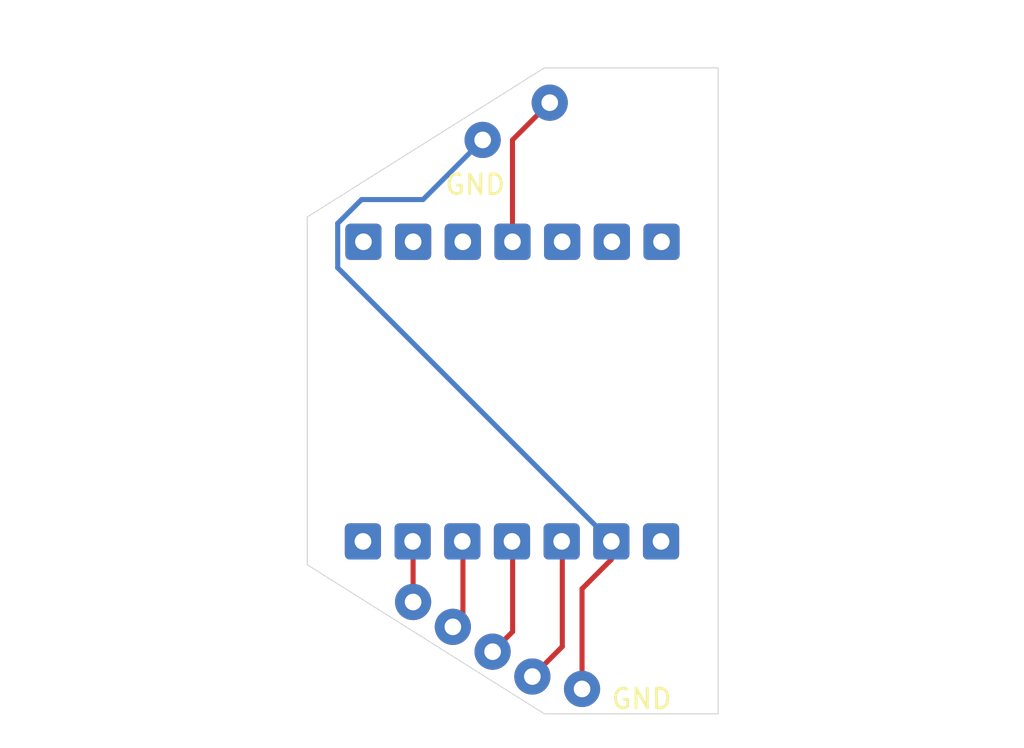
<source format=kicad_pcb>
(kicad_pcb (version 20171130) (host pcbnew "(5.1.9)-1")

  (general
    (thickness 1.6)
    (drawings 14)
    (tracks 18)
    (zones 0)
    (modules 23)
    (nets 9)
  )

  (page USLetter)
  (layers
    (0 F.Cu signal)
    (31 B.Cu signal)
    (32 B.Adhes user)
    (33 F.Adhes user)
    (34 B.Paste user)
    (35 F.Paste user)
    (36 B.SilkS user)
    (37 F.SilkS user)
    (38 B.Mask user)
    (39 F.Mask user)
    (40 Dwgs.User user)
    (41 Cmts.User user)
    (42 Eco1.User user)
    (43 Eco2.User user)
    (44 Edge.Cuts user)
    (45 Margin user)
    (46 B.CrtYd user)
    (47 F.CrtYd user)
    (48 B.Fab user)
    (49 F.Fab user)
  )

  (setup
    (last_trace_width 0.26)
    (trace_clearance 0.26)
    (zone_clearance 0.508)
    (zone_45_only no)
    (trace_min 0.2)
    (via_size 0.8)
    (via_drill 0.4)
    (via_min_size 0.4)
    (via_min_drill 0.3)
    (uvia_size 0.3)
    (uvia_drill 0.1)
    (uvias_allowed no)
    (uvia_min_size 0.2)
    (uvia_min_drill 0.1)
    (edge_width 0.05)
    (segment_width 0.2)
    (pcb_text_width 0.3)
    (pcb_text_size 1.5 1.5)
    (mod_edge_width 0.12)
    (mod_text_size 1 1)
    (mod_text_width 0.15)
    (pad_size 1.85 1.85)
    (pad_drill 0.85)
    (pad_to_mask_clearance 0)
    (aux_axis_origin 0 0)
    (visible_elements 7FFFFFFF)
    (pcbplotparams
      (layerselection 0x010fc_ffffffff)
      (usegerberextensions false)
      (usegerberattributes true)
      (usegerberadvancedattributes true)
      (creategerberjobfile true)
      (excludeedgelayer true)
      (linewidth 0.100000)
      (plotframeref false)
      (viasonmask false)
      (mode 1)
      (useauxorigin false)
      (hpglpennumber 1)
      (hpglpenspeed 20)
      (hpglpendiameter 15.000000)
      (psnegative false)
      (psa4output false)
      (plotreference true)
      (plotvalue true)
      (plotinvisibletext false)
      (padsonsilk false)
      (subtractmaskfromsilk false)
      (outputformat 1)
      (mirror false)
      (drillshape 0)
      (scaleselection 1)
      (outputdirectory "Gerber/"))
  )

  (net 0 "")
  (net 1 "Net-(D4-Pad2)")
  (net 2 GND)
  (net 3 "Net-(SW1-Pad1)")
  (net 4 "Net-(U1-Pad14)")
  (net 5 "Net-(U1-Pad12)")
  (net 6 "Net-(U1-Pad10)")
  (net 7 "Net-(U1-Pad9)")
  (net 8 "Net-(U1-Pad8)")

  (net_class Default "This is the default net class."
    (clearance 0.26)
    (trace_width 0.26)
    (via_dia 0.8)
    (via_drill 0.4)
    (uvia_dia 0.3)
    (uvia_drill 0.1)
    (add_net GND)
    (add_net "Net-(D4-Pad2)")
    (add_net "Net-(SW1-Pad1)")
    (add_net "Net-(U1-Pad10)")
    (add_net "Net-(U1-Pad12)")
    (add_net "Net-(U1-Pad14)")
    (add_net "Net-(U1-Pad8)")
    (add_net "Net-(U1-Pad9)")
  )

  (module MountingHole:MountingHole_3.2mm_M3 (layer F.Cu) (tedit 56D1B4CB) (tstamp 631C6F19)
    (at 174.3456 87.249)
    (descr "Mounting Hole 3.2mm, no annular, M3")
    (tags "mounting hole 3.2mm no annular m3")
    (attr virtual)
    (fp_text reference REF** (at 0 -4.2) (layer Dwgs.User)
      (effects (font (size 1 1) (thickness 0.15)))
    )
    (fp_text value MountingHole_3.2mm_M3 (at 0 4.2) (layer F.Fab)
      (effects (font (size 1 1) (thickness 0.15)))
    )
    (fp_circle (center 0 0) (end 3.2 0) (layer Cmts.User) (width 0.15))
    (fp_circle (center 0 0) (end 3.45 0) (layer F.CrtYd) (width 0.05))
    (fp_text user %R (at 0.3 0) (layer F.Fab)
      (effects (font (size 1 1) (thickness 0.15)))
    )
    (pad 1 np_thru_hole circle (at 0 0) (size 3.2 3.2) (drill 3.2) (layers *.Cu *.Mask))
  )

  (module MountingHole:MountingHole_3.2mm_M3 (layer F.Cu) (tedit 56D1B4CB) (tstamp 631C6F0D)
    (at 174.3456 60.833)
    (descr "Mounting Hole 3.2mm, no annular, M3")
    (tags "mounting hole 3.2mm no annular m3")
    (attr virtual)
    (fp_text reference REF** (at 0 -4.2) (layer Dwgs.User)
      (effects (font (size 1 1) (thickness 0.15)))
    )
    (fp_text value MountingHole_3.2mm_M3 (at 0 4.2) (layer F.Fab)
      (effects (font (size 1 1) (thickness 0.15)))
    )
    (fp_text user %R (at 0.3 0) (layer F.Fab)
      (effects (font (size 1 1) (thickness 0.15)))
    )
    (fp_circle (center 0 0) (end 3.2 0) (layer Cmts.User) (width 0.15))
    (fp_circle (center 0 0) (end 3.45 0) (layer F.CrtYd) (width 0.05))
    (pad 1 np_thru_hole circle (at 0 0) (size 3.2 3.2) (drill 3.2) (layers *.Cu *.Mask))
  )

  (module Connector_Wire:SolderWire-0.25sqmm_1x01_D0.65mm_OD1.7mm (layer F.Cu) (tedit 631C02A7) (tstamp 634CD19D)
    (at 170.053 59.309)
    (descr "Soldered wire connection, for a single 0.25 mm² wire, basic insulation, conductor diameter 0.65mm, outer diameter 1.7mm, size source Multi-Contact FLEXI-E_0.25 (https://ec.staubli.com/AcroFiles/Catalogues/TM_Cab-Main-11014119_(en)_hi.pdf), bend radius 3 times outer diameter, generated with kicad-footprint-generator")
    (tags "connector wire 0.25sqmm")
    (attr virtual)
    (fp_text reference REF** (at 0 -2.12) (layer Dwgs.User)
      (effects (font (size 1 1) (thickness 0.15)))
    )
    (fp_text value SolderWire-0.25sqmm_1x01_D0.65mm_OD1.7mm (at 0 2.12) (layer F.Fab)
      (effects (font (size 1 1) (thickness 0.15)))
    )
    (fp_circle (center 0 0) (end 0.85 0) (layer F.Fab) (width 0.1))
    (fp_line (start -1.6 -1.42) (end -1.6 1.42) (layer F.CrtYd) (width 0.05))
    (fp_line (start -1.6 1.42) (end 1.6 1.42) (layer F.CrtYd) (width 0.05))
    (fp_line (start 1.6 1.42) (end 1.6 -1.42) (layer F.CrtYd) (width 0.05))
    (fp_line (start 1.6 -1.42) (end -1.6 -1.42) (layer F.CrtYd) (width 0.05))
    (fp_text user %R (at 0 0) (layer F.Fab)
      (effects (font (size 0.42 0.42) (thickness 0.06)))
    )
    (pad 1 thru_hole circle (at 0 0) (size 1.85 1.85) (drill 0.85) (layers *.Cu *.Mask)
      (net 1 "Net-(D4-Pad2)"))
    (model ${KISYS3DMOD}/Connector_Wire.3dshapes/SolderWire-0.25sqmm_1x01_D0.65mm_OD1.7mm.wrl
      (at (xyz 0 0 0))
      (scale (xyz 1 1 1))
      (rotate (xyz 0 0 0))
    )
  )

  (module Connector_Wire:SolderWire-0.25sqmm_1x01_D0.65mm_OD1.7mm (layer F.Cu) (tedit 631C0274) (tstamp 634CD19D)
    (at 166.624 61.214)
    (descr "Soldered wire connection, for a single 0.25 mm² wire, basic insulation, conductor diameter 0.65mm, outer diameter 1.7mm, size source Multi-Contact FLEXI-E_0.25 (https://ec.staubli.com/AcroFiles/Catalogues/TM_Cab-Main-11014119_(en)_hi.pdf), bend radius 3 times outer diameter, generated with kicad-footprint-generator")
    (tags "connector wire 0.25sqmm")
    (attr virtual)
    (fp_text reference GND (at -0.381 2.286) (layer F.SilkS)
      (effects (font (size 1 1) (thickness 0.15)))
    )
    (fp_text value SolderWire-0.25sqmm_1x01_D0.65mm_OD1.7mm (at 0 2.12) (layer F.Fab)
      (effects (font (size 1 1) (thickness 0.15)))
    )
    (fp_circle (center 0 0) (end 0.85 0) (layer F.Fab) (width 0.1))
    (fp_line (start -1.6 -1.42) (end -1.6 1.42) (layer F.CrtYd) (width 0.05))
    (fp_line (start -1.6 1.42) (end 1.6 1.42) (layer F.CrtYd) (width 0.05))
    (fp_line (start 1.6 1.42) (end 1.6 -1.42) (layer F.CrtYd) (width 0.05))
    (fp_line (start 1.6 -1.42) (end -1.6 -1.42) (layer F.CrtYd) (width 0.05))
    (fp_text user %R (at 0 0) (layer F.Fab)
      (effects (font (size 0.42 0.42) (thickness 0.06)))
    )
    (pad 1 thru_hole circle (at 0 0) (size 1.85 1.85) (drill 0.85) (layers *.Cu *.Mask)
      (net 2 GND))
    (model ${KISYS3DMOD}/Connector_Wire.3dshapes/SolderWire-0.25sqmm_1x01_D0.65mm_OD1.7mm.wrl
      (at (xyz 0 0 0))
      (scale (xyz 1 1 1))
      (rotate (xyz 0 0 0))
    )
  )

  (module Connector_Wire:SolderWire-0.25sqmm_1x01_D0.65mm_OD1.7mm (layer F.Cu) (tedit 631C0305) (tstamp 6330DB6A)
    (at 171.704 89.281)
    (descr "Soldered wire connection, for a single 0.25 mm² wire, basic insulation, conductor diameter 0.65mm, outer diameter 1.7mm, size source Multi-Contact FLEXI-E_0.25 (https://ec.staubli.com/AcroFiles/Catalogues/TM_Cab-Main-11014119_(en)_hi.pdf), bend radius 3 times outer diameter, generated with kicad-footprint-generator")
    (tags "connector wire 0.25sqmm")
    (attr virtual)
    (fp_text reference GND (at 3.048 0.508) (layer F.SilkS)
      (effects (font (size 1 1) (thickness 0.15)))
    )
    (fp_text value SolderWire-0.25sqmm_1x01_D0.65mm_OD1.7mm (at 0 2.12) (layer F.Fab)
      (effects (font (size 1 1) (thickness 0.15)))
    )
    (fp_circle (center 0 0) (end 0.85 0) (layer F.Fab) (width 0.1))
    (fp_line (start -1.6 -1.42) (end -1.6 1.42) (layer F.CrtYd) (width 0.05))
    (fp_line (start -1.6 1.42) (end 1.6 1.42) (layer F.CrtYd) (width 0.05))
    (fp_line (start 1.6 1.42) (end 1.6 -1.42) (layer F.CrtYd) (width 0.05))
    (fp_line (start 1.6 -1.42) (end -1.6 -1.42) (layer F.CrtYd) (width 0.05))
    (fp_text user %R (at 0 0) (layer F.Fab)
      (effects (font (size 0.42 0.42) (thickness 0.06)))
    )
    (pad 1 thru_hole circle (at 0 0) (size 1.85 1.85) (drill 0.85) (layers *.Cu *.Mask)
      (net 2 GND))
    (model ${KISYS3DMOD}/Connector_Wire.3dshapes/SolderWire-0.25sqmm_1x01_D0.65mm_OD1.7mm.wrl
      (at (xyz 0 0 0))
      (scale (xyz 1 1 1))
      (rotate (xyz 0 0 0))
    )
  )

  (module Connector_Wire:SolderWire-0.25sqmm_1x01_D0.65mm_OD1.7mm (layer F.Cu) (tedit 631C0139) (tstamp 6330DB6A)
    (at 169.164 88.646)
    (descr "Soldered wire connection, for a single 0.25 mm² wire, basic insulation, conductor diameter 0.65mm, outer diameter 1.7mm, size source Multi-Contact FLEXI-E_0.25 (https://ec.staubli.com/AcroFiles/Catalogues/TM_Cab-Main-11014119_(en)_hi.pdf), bend radius 3 times outer diameter, generated with kicad-footprint-generator")
    (tags "connector wire 0.25sqmm")
    (attr virtual)
    (fp_text reference REF** (at 0 -2.12) (layer Dwgs.User)
      (effects (font (size 1 1) (thickness 0.15)))
    )
    (fp_text value SolderWire-0.25sqmm_1x01_D0.65mm_OD1.7mm (at 0 2.12) (layer F.Fab)
      (effects (font (size 1 1) (thickness 0.15)))
    )
    (fp_circle (center 0 0) (end 0.85 0) (layer F.Fab) (width 0.1))
    (fp_line (start -1.6 -1.42) (end -1.6 1.42) (layer F.CrtYd) (width 0.05))
    (fp_line (start -1.6 1.42) (end 1.6 1.42) (layer F.CrtYd) (width 0.05))
    (fp_line (start 1.6 1.42) (end 1.6 -1.42) (layer F.CrtYd) (width 0.05))
    (fp_line (start 1.6 -1.42) (end -1.6 -1.42) (layer F.CrtYd) (width 0.05))
    (fp_text user %R (at 0 0) (layer F.Fab)
      (effects (font (size 0.42 0.42) (thickness 0.06)))
    )
    (pad 1 thru_hole circle (at 0 0) (size 1.85 1.85) (drill 0.85) (layers *.Cu *.Mask)
      (net 5 "Net-(U1-Pad12)"))
    (model ${KISYS3DMOD}/Connector_Wire.3dshapes/SolderWire-0.25sqmm_1x01_D0.65mm_OD1.7mm.wrl
      (at (xyz 0 0 0))
      (scale (xyz 1 1 1))
      (rotate (xyz 0 0 0))
    )
  )

  (module Connector_Wire:SolderWire-0.25sqmm_1x01_D0.65mm_OD1.7mm (layer F.Cu) (tedit 631C00E7) (tstamp 6330DB6A)
    (at 167.132 87.376)
    (descr "Soldered wire connection, for a single 0.25 mm² wire, basic insulation, conductor diameter 0.65mm, outer diameter 1.7mm, size source Multi-Contact FLEXI-E_0.25 (https://ec.staubli.com/AcroFiles/Catalogues/TM_Cab-Main-11014119_(en)_hi.pdf), bend radius 3 times outer diameter, generated with kicad-footprint-generator")
    (tags "connector wire 0.25sqmm")
    (attr virtual)
    (fp_text reference REF** (at 0 -2.12) (layer Dwgs.User)
      (effects (font (size 1 1) (thickness 0.15)))
    )
    (fp_text value SolderWire-0.25sqmm_1x01_D0.65mm_OD1.7mm (at 0 2.12) (layer F.Fab)
      (effects (font (size 1 1) (thickness 0.15)))
    )
    (fp_circle (center 0 0) (end 0.85 0) (layer F.Fab) (width 0.1))
    (fp_line (start -1.6 -1.42) (end -1.6 1.42) (layer F.CrtYd) (width 0.05))
    (fp_line (start -1.6 1.42) (end 1.6 1.42) (layer F.CrtYd) (width 0.05))
    (fp_line (start 1.6 1.42) (end 1.6 -1.42) (layer F.CrtYd) (width 0.05))
    (fp_line (start 1.6 -1.42) (end -1.6 -1.42) (layer F.CrtYd) (width 0.05))
    (fp_text user %R (at 0 0) (layer F.Fab)
      (effects (font (size 0.42 0.42) (thickness 0.06)))
    )
    (pad 1 thru_hole circle (at 0 0) (size 1.85 1.85) (drill 0.85) (layers *.Cu *.Mask)
      (net 3 "Net-(SW1-Pad1)"))
    (model ${KISYS3DMOD}/Connector_Wire.3dshapes/SolderWire-0.25sqmm_1x01_D0.65mm_OD1.7mm.wrl
      (at (xyz 0 0 0))
      (scale (xyz 1 1 1))
      (rotate (xyz 0 0 0))
    )
  )

  (module Connector_Wire:SolderWire-0.25sqmm_1x01_D0.65mm_OD1.7mm (layer F.Cu) (tedit 631C00A6) (tstamp 6330DB6A)
    (at 165.1 86.106)
    (descr "Soldered wire connection, for a single 0.25 mm² wire, basic insulation, conductor diameter 0.65mm, outer diameter 1.7mm, size source Multi-Contact FLEXI-E_0.25 (https://ec.staubli.com/AcroFiles/Catalogues/TM_Cab-Main-11014119_(en)_hi.pdf), bend radius 3 times outer diameter, generated with kicad-footprint-generator")
    (tags "connector wire 0.25sqmm")
    (attr virtual)
    (fp_text reference REF** (at 0 -2.12) (layer Dwgs.User)
      (effects (font (size 1 1) (thickness 0.15)))
    )
    (fp_text value SolderWire-0.25sqmm_1x01_D0.65mm_OD1.7mm (at 0 2.12) (layer F.Fab)
      (effects (font (size 1 1) (thickness 0.15)))
    )
    (fp_circle (center 0 0) (end 0.85 0) (layer F.Fab) (width 0.1))
    (fp_line (start -1.6 -1.42) (end -1.6 1.42) (layer F.CrtYd) (width 0.05))
    (fp_line (start -1.6 1.42) (end 1.6 1.42) (layer F.CrtYd) (width 0.05))
    (fp_line (start 1.6 1.42) (end 1.6 -1.42) (layer F.CrtYd) (width 0.05))
    (fp_line (start 1.6 -1.42) (end -1.6 -1.42) (layer F.CrtYd) (width 0.05))
    (fp_text user %R (at 0 0) (layer F.Fab)
      (effects (font (size 0.42 0.42) (thickness 0.06)))
    )
    (pad 1 thru_hole circle (at 0 0) (size 1.85 1.85) (drill 0.85) (layers *.Cu *.Mask)
      (net 6 "Net-(U1-Pad10)"))
    (model ${KISYS3DMOD}/Connector_Wire.3dshapes/SolderWire-0.25sqmm_1x01_D0.65mm_OD1.7mm.wrl
      (at (xyz 0 0 0))
      (scale (xyz 1 1 1))
      (rotate (xyz 0 0 0))
    )
  )

  (module Connector_Wire:SolderWire-0.25sqmm_1x01_D0.65mm_OD1.7mm (layer F.Cu) (tedit 631C0086) (tstamp 6330DB3E)
    (at 163.068 84.836)
    (descr "Soldered wire connection, for a single 0.25 mm² wire, basic insulation, conductor diameter 0.65mm, outer diameter 1.7mm, size source Multi-Contact FLEXI-E_0.25 (https://ec.staubli.com/AcroFiles/Catalogues/TM_Cab-Main-11014119_(en)_hi.pdf), bend radius 3 times outer diameter, generated with kicad-footprint-generator")
    (tags "connector wire 0.25sqmm")
    (attr virtual)
    (fp_text reference REF** (at 0 -2.12) (layer Dwgs.User)
      (effects (font (size 1 1) (thickness 0.15)))
    )
    (fp_text value SolderWire-0.25sqmm_1x01_D0.65mm_OD1.7mm (at 0 2.12) (layer F.Fab)
      (effects (font (size 1 1) (thickness 0.15)))
    )
    (fp_circle (center 0 0) (end 0.85 0) (layer F.Fab) (width 0.1))
    (fp_line (start -1.6 -1.42) (end -1.6 1.42) (layer F.CrtYd) (width 0.05))
    (fp_line (start -1.6 1.42) (end 1.6 1.42) (layer F.CrtYd) (width 0.05))
    (fp_line (start 1.6 1.42) (end 1.6 -1.42) (layer F.CrtYd) (width 0.05))
    (fp_line (start 1.6 -1.42) (end -1.6 -1.42) (layer F.CrtYd) (width 0.05))
    (fp_text user %R (at 0 0) (layer F.Fab)
      (effects (font (size 0.42 0.42) (thickness 0.06)))
    )
    (pad 1 thru_hole circle (at 0 0) (size 1.85 1.85) (drill 0.85) (layers *.Cu *.Mask)
      (net 7 "Net-(U1-Pad9)"))
    (model ${KISYS3DMOD}/Connector_Wire.3dshapes/SolderWire-0.25sqmm_1x01_D0.65mm_OD1.7mm.wrl
      (at (xyz 0 0 0))
      (scale (xyz 1 1 1))
      (rotate (xyz 0 0 0))
    )
  )

  (module Connector_Wire:SolderWire-0.25sqmm_1x01_D0.65mm_OD1.7mm (layer F.Cu) (tedit 631C0120) (tstamp 632D9D05)
    (at 175.7426 81.7372)
    (descr "Soldered wire connection, for a single 0.25 mm² wire, basic insulation, conductor diameter 0.65mm, outer diameter 1.7mm, size source Multi-Contact FLEXI-E_0.25 (https://ec.staubli.com/AcroFiles/Catalogues/TM_Cab-Main-11014119_(en)_hi.pdf), bend radius 3 times outer diameter, generated with kicad-footprint-generator")
    (tags "connector wire 0.25sqmm")
    (attr virtual)
    (fp_text reference REF** (at 0 -2.12 90) (layer Dwgs.User)
      (effects (font (size 1 1) (thickness 0.15)))
    )
    (fp_text value SolderWire-0.25sqmm_1x01_D0.65mm_OD1.7mm (at 0 2.12) (layer F.Fab)
      (effects (font (size 1 1) (thickness 0.15)))
    )
    (fp_circle (center 0 0) (end 0.85 0) (layer F.Fab) (width 0.1))
    (fp_line (start -1.6 -1.42) (end -1.6 1.42) (layer F.CrtYd) (width 0.05))
    (fp_line (start -1.6 1.42) (end 1.6 1.42) (layer F.CrtYd) (width 0.05))
    (fp_line (start 1.6 1.42) (end 1.6 -1.42) (layer F.CrtYd) (width 0.05))
    (fp_line (start 1.6 -1.42) (end -1.6 -1.42) (layer F.CrtYd) (width 0.05))
    (fp_text user %R (at 0 0) (layer F.Fab)
      (effects (font (size 0.42 0.42) (thickness 0.06)))
    )
    (pad 1 thru_hole roundrect (at 0 0) (size 1.85 1.85) (drill 0.85) (layers *.Cu *.Mask) (roundrect_rratio 0.135)
      (net 4 "Net-(U1-Pad14)"))
    (model ${KISYS3DMOD}/Connector_Wire.3dshapes/SolderWire-0.25sqmm_1x01_D0.65mm_OD1.7mm.wrl
      (at (xyz 0 0 0))
      (scale (xyz 1 1 1))
      (rotate (xyz 0 0 0))
    )
  )

  (module Connector_Wire:SolderWire-0.25sqmm_1x01_D0.65mm_OD1.7mm (layer F.Cu) (tedit 631C02FE) (tstamp 631E8E65)
    (at 173.2026 81.7372)
    (descr "Soldered wire connection, for a single 0.25 mm² wire, basic insulation, conductor diameter 0.65mm, outer diameter 1.7mm, size source Multi-Contact FLEXI-E_0.25 (https://ec.staubli.com/AcroFiles/Catalogues/TM_Cab-Main-11014119_(en)_hi.pdf), bend radius 3 times outer diameter, generated with kicad-footprint-generator")
    (tags "connector wire 0.25sqmm")
    (attr virtual)
    (fp_text reference REF** (at 0 -2.12 90) (layer Dwgs.User)
      (effects (font (size 1 1) (thickness 0.15)))
    )
    (fp_text value SolderWire-0.25sqmm_1x01_D0.65mm_OD1.7mm (at 0 2.12) (layer F.Fab)
      (effects (font (size 1 1) (thickness 0.15)))
    )
    (fp_circle (center 0 0) (end 0.85 0) (layer F.Fab) (width 0.1))
    (fp_line (start -1.6 -1.42) (end -1.6 1.42) (layer F.CrtYd) (width 0.05))
    (fp_line (start -1.6 1.42) (end 1.6 1.42) (layer F.CrtYd) (width 0.05))
    (fp_line (start 1.6 1.42) (end 1.6 -1.42) (layer F.CrtYd) (width 0.05))
    (fp_line (start 1.6 -1.42) (end -1.6 -1.42) (layer F.CrtYd) (width 0.05))
    (fp_text user %R (at 0 0) (layer F.Fab)
      (effects (font (size 0.42 0.42) (thickness 0.06)))
    )
    (pad 1 thru_hole roundrect (at 0 0) (size 1.85 1.85) (drill 0.85) (layers *.Cu *.Mask) (roundrect_rratio 0.135)
      (net 2 GND))
    (model ${KISYS3DMOD}/Connector_Wire.3dshapes/SolderWire-0.25sqmm_1x01_D0.65mm_OD1.7mm.wrl
      (at (xyz 0 0 0))
      (scale (xyz 1 1 1))
      (rotate (xyz 0 0 0))
    )
  )

  (module Connector_Wire:SolderWire-0.25sqmm_1x01_D0.65mm_OD1.7mm (layer F.Cu) (tedit 631C00FB) (tstamp 631E8E65)
    (at 170.6626 81.7372)
    (descr "Soldered wire connection, for a single 0.25 mm² wire, basic insulation, conductor diameter 0.65mm, outer diameter 1.7mm, size source Multi-Contact FLEXI-E_0.25 (https://ec.staubli.com/AcroFiles/Catalogues/TM_Cab-Main-11014119_(en)_hi.pdf), bend radius 3 times outer diameter, generated with kicad-footprint-generator")
    (tags "connector wire 0.25sqmm")
    (attr virtual)
    (fp_text reference REF** (at 0 -2.12 90) (layer Dwgs.User)
      (effects (font (size 1 1) (thickness 0.15)))
    )
    (fp_text value SolderWire-0.25sqmm_1x01_D0.65mm_OD1.7mm (at 0 2.12) (layer F.Fab)
      (effects (font (size 1 1) (thickness 0.15)))
    )
    (fp_circle (center 0 0) (end 0.85 0) (layer F.Fab) (width 0.1))
    (fp_line (start -1.6 -1.42) (end -1.6 1.42) (layer F.CrtYd) (width 0.05))
    (fp_line (start -1.6 1.42) (end 1.6 1.42) (layer F.CrtYd) (width 0.05))
    (fp_line (start 1.6 1.42) (end 1.6 -1.42) (layer F.CrtYd) (width 0.05))
    (fp_line (start 1.6 -1.42) (end -1.6 -1.42) (layer F.CrtYd) (width 0.05))
    (fp_text user %R (at 0 0) (layer F.Fab)
      (effects (font (size 0.42 0.42) (thickness 0.06)))
    )
    (pad 1 thru_hole roundrect (at 0 0) (size 1.85 1.85) (drill 0.85) (layers *.Cu *.Mask) (roundrect_rratio 0.135)
      (net 5 "Net-(U1-Pad12)"))
    (model ${KISYS3DMOD}/Connector_Wire.3dshapes/SolderWire-0.25sqmm_1x01_D0.65mm_OD1.7mm.wrl
      (at (xyz 0 0 0))
      (scale (xyz 1 1 1))
      (rotate (xyz 0 0 0))
    )
  )

  (module Connector_Wire:SolderWire-0.25sqmm_1x01_D0.65mm_OD1.7mm (layer F.Cu) (tedit 631C00D2) (tstamp 631E8E65)
    (at 168.1226 81.7372)
    (descr "Soldered wire connection, for a single 0.25 mm² wire, basic insulation, conductor diameter 0.65mm, outer diameter 1.7mm, size source Multi-Contact FLEXI-E_0.25 (https://ec.staubli.com/AcroFiles/Catalogues/TM_Cab-Main-11014119_(en)_hi.pdf), bend radius 3 times outer diameter, generated with kicad-footprint-generator")
    (tags "connector wire 0.25sqmm")
    (attr virtual)
    (fp_text reference REF** (at 0 -2.12 90) (layer Dwgs.User)
      (effects (font (size 1 1) (thickness 0.15)))
    )
    (fp_text value SolderWire-0.25sqmm_1x01_D0.65mm_OD1.7mm (at 0 2.12) (layer F.Fab)
      (effects (font (size 1 1) (thickness 0.15)))
    )
    (fp_circle (center 0 0) (end 0.85 0) (layer F.Fab) (width 0.1))
    (fp_line (start -1.6 -1.42) (end -1.6 1.42) (layer F.CrtYd) (width 0.05))
    (fp_line (start -1.6 1.42) (end 1.6 1.42) (layer F.CrtYd) (width 0.05))
    (fp_line (start 1.6 1.42) (end 1.6 -1.42) (layer F.CrtYd) (width 0.05))
    (fp_line (start 1.6 -1.42) (end -1.6 -1.42) (layer F.CrtYd) (width 0.05))
    (fp_text user %R (at 0 0) (layer F.Fab)
      (effects (font (size 0.42 0.42) (thickness 0.06)))
    )
    (pad 1 thru_hole roundrect (at 0 0) (size 1.85 1.85) (drill 0.85) (layers *.Cu *.Mask) (roundrect_rratio 0.135)
      (net 3 "Net-(SW1-Pad1)"))
    (model ${KISYS3DMOD}/Connector_Wire.3dshapes/SolderWire-0.25sqmm_1x01_D0.65mm_OD1.7mm.wrl
      (at (xyz 0 0 0))
      (scale (xyz 1 1 1))
      (rotate (xyz 0 0 0))
    )
  )

  (module Connector_Wire:SolderWire-0.25sqmm_1x01_D0.65mm_OD1.7mm (layer F.Cu) (tedit 631C009D) (tstamp 631E8E65)
    (at 165.5826 81.7372)
    (descr "Soldered wire connection, for a single 0.25 mm² wire, basic insulation, conductor diameter 0.65mm, outer diameter 1.7mm, size source Multi-Contact FLEXI-E_0.25 (https://ec.staubli.com/AcroFiles/Catalogues/TM_Cab-Main-11014119_(en)_hi.pdf), bend radius 3 times outer diameter, generated with kicad-footprint-generator")
    (tags "connector wire 0.25sqmm")
    (attr virtual)
    (fp_text reference REF** (at 0 -2.12 90) (layer Dwgs.User)
      (effects (font (size 1 1) (thickness 0.15)))
    )
    (fp_text value SolderWire-0.25sqmm_1x01_D0.65mm_OD1.7mm (at 0 2.12) (layer F.Fab)
      (effects (font (size 1 1) (thickness 0.15)))
    )
    (fp_circle (center 0 0) (end 0.85 0) (layer F.Fab) (width 0.1))
    (fp_line (start -1.6 -1.42) (end -1.6 1.42) (layer F.CrtYd) (width 0.05))
    (fp_line (start -1.6 1.42) (end 1.6 1.42) (layer F.CrtYd) (width 0.05))
    (fp_line (start 1.6 1.42) (end 1.6 -1.42) (layer F.CrtYd) (width 0.05))
    (fp_line (start 1.6 -1.42) (end -1.6 -1.42) (layer F.CrtYd) (width 0.05))
    (fp_text user %R (at 0 0) (layer F.Fab)
      (effects (font (size 0.42 0.42) (thickness 0.06)))
    )
    (pad 1 thru_hole roundrect (at 0 0) (size 1.85 1.85) (drill 0.85) (layers *.Cu *.Mask) (roundrect_rratio 0.135)
      (net 6 "Net-(U1-Pad10)"))
    (model ${KISYS3DMOD}/Connector_Wire.3dshapes/SolderWire-0.25sqmm_1x01_D0.65mm_OD1.7mm.wrl
      (at (xyz 0 0 0))
      (scale (xyz 1 1 1))
      (rotate (xyz 0 0 0))
    )
  )

  (module Connector_Wire:SolderWire-0.25sqmm_1x01_D0.65mm_OD1.7mm (layer F.Cu) (tedit 631C007A) (tstamp 631E8E65)
    (at 163.0426 81.7372)
    (descr "Soldered wire connection, for a single 0.25 mm² wire, basic insulation, conductor diameter 0.65mm, outer diameter 1.7mm, size source Multi-Contact FLEXI-E_0.25 (https://ec.staubli.com/AcroFiles/Catalogues/TM_Cab-Main-11014119_(en)_hi.pdf), bend radius 3 times outer diameter, generated with kicad-footprint-generator")
    (tags "connector wire 0.25sqmm")
    (attr virtual)
    (fp_text reference REF** (at 0 -2.12 90) (layer Dwgs.User)
      (effects (font (size 1 1) (thickness 0.15)))
    )
    (fp_text value SolderWire-0.25sqmm_1x01_D0.65mm_OD1.7mm (at 0 2.12) (layer F.Fab)
      (effects (font (size 1 1) (thickness 0.15)))
    )
    (fp_circle (center 0 0) (end 0.85 0) (layer F.Fab) (width 0.1))
    (fp_line (start -1.6 -1.42) (end -1.6 1.42) (layer F.CrtYd) (width 0.05))
    (fp_line (start -1.6 1.42) (end 1.6 1.42) (layer F.CrtYd) (width 0.05))
    (fp_line (start 1.6 1.42) (end 1.6 -1.42) (layer F.CrtYd) (width 0.05))
    (fp_line (start 1.6 -1.42) (end -1.6 -1.42) (layer F.CrtYd) (width 0.05))
    (fp_text user %R (at 0 0) (layer F.Fab)
      (effects (font (size 0.42 0.42) (thickness 0.06)))
    )
    (pad 1 thru_hole roundrect (at 0 0) (size 1.85 1.85) (drill 0.85) (layers *.Cu *.Mask) (roundrect_rratio 0.135)
      (net 7 "Net-(U1-Pad9)"))
    (model ${KISYS3DMOD}/Connector_Wire.3dshapes/SolderWire-0.25sqmm_1x01_D0.65mm_OD1.7mm.wrl
      (at (xyz 0 0 0))
      (scale (xyz 1 1 1))
      (rotate (xyz 0 0 0))
    )
  )

  (module Connector_Wire:SolderWire-0.25sqmm_1x01_D0.65mm_OD1.7mm (layer F.Cu) (tedit 631C0160) (tstamp 631E8E65)
    (at 160.5026 81.7372)
    (descr "Soldered wire connection, for a single 0.25 mm² wire, basic insulation, conductor diameter 0.65mm, outer diameter 1.7mm, size source Multi-Contact FLEXI-E_0.25 (https://ec.staubli.com/AcroFiles/Catalogues/TM_Cab-Main-11014119_(en)_hi.pdf), bend radius 3 times outer diameter, generated with kicad-footprint-generator")
    (tags "connector wire 0.25sqmm")
    (attr virtual)
    (fp_text reference REF** (at 0 -2.12 90) (layer Dwgs.User)
      (effects (font (size 1 1) (thickness 0.15)))
    )
    (fp_text value SolderWire-0.25sqmm_1x01_D0.65mm_OD1.7mm (at 0 2.12) (layer F.Fab)
      (effects (font (size 1 1) (thickness 0.15)))
    )
    (fp_circle (center 0 0) (end 0.85 0) (layer F.Fab) (width 0.1))
    (fp_line (start -1.6 -1.42) (end -1.6 1.42) (layer F.CrtYd) (width 0.05))
    (fp_line (start -1.6 1.42) (end 1.6 1.42) (layer F.CrtYd) (width 0.05))
    (fp_line (start 1.6 1.42) (end 1.6 -1.42) (layer F.CrtYd) (width 0.05))
    (fp_line (start 1.6 -1.42) (end -1.6 -1.42) (layer F.CrtYd) (width 0.05))
    (fp_text user %R (at 0 0) (layer F.Fab)
      (effects (font (size 0.42 0.42) (thickness 0.06)))
    )
    (pad 1 thru_hole roundrect (at 0 0) (size 1.85 1.85) (drill 0.85) (layers *.Cu *.Mask) (roundrect_rratio 0.135)
      (net 8 "Net-(U1-Pad8)"))
    (model ${KISYS3DMOD}/Connector_Wire.3dshapes/SolderWire-0.25sqmm_1x01_D0.65mm_OD1.7mm.wrl
      (at (xyz 0 0 0))
      (scale (xyz 1 1 1))
      (rotate (xyz 0 0 0))
    )
  )

  (module Connector_Wire:SolderWire-0.25sqmm_1x01_D0.65mm_OD1.7mm (layer F.Cu) (tedit 5EB70B43) (tstamp 631E8E65)
    (at 160.528 66.421)
    (descr "Soldered wire connection, for a single 0.25 mm² wire, basic insulation, conductor diameter 0.65mm, outer diameter 1.7mm, size source Multi-Contact FLEXI-E_0.25 (https://ec.staubli.com/AcroFiles/Catalogues/TM_Cab-Main-11014119_(en)_hi.pdf), bend radius 3 times outer diameter, generated with kicad-footprint-generator")
    (tags "connector wire 0.25sqmm")
    (attr virtual)
    (fp_text reference REF** (at 0 -2.12 90) (layer Dwgs.User)
      (effects (font (size 1 1) (thickness 0.15)))
    )
    (fp_text value SolderWire-0.25sqmm_1x01_D0.65mm_OD1.7mm (at 0 2.12) (layer F.Fab)
      (effects (font (size 1 1) (thickness 0.15)))
    )
    (fp_circle (center 0 0) (end 0.85 0) (layer F.Fab) (width 0.1))
    (fp_line (start -1.6 -1.42) (end -1.6 1.42) (layer F.CrtYd) (width 0.05))
    (fp_line (start -1.6 1.42) (end 1.6 1.42) (layer F.CrtYd) (width 0.05))
    (fp_line (start 1.6 1.42) (end 1.6 -1.42) (layer F.CrtYd) (width 0.05))
    (fp_line (start 1.6 -1.42) (end -1.6 -1.42) (layer F.CrtYd) (width 0.05))
    (fp_text user %R (at 0 0) (layer F.Fab)
      (effects (font (size 0.42 0.42) (thickness 0.06)))
    )
    (pad 1 thru_hole roundrect (at 0 0) (size 1.85 1.85) (drill 0.85) (layers *.Cu *.Mask) (roundrect_rratio 0.1351345945945946))
    (model ${KISYS3DMOD}/Connector_Wire.3dshapes/SolderWire-0.25sqmm_1x01_D0.65mm_OD1.7mm.wrl
      (at (xyz 0 0 0))
      (scale (xyz 1 1 1))
      (rotate (xyz 0 0 0))
    )
  )

  (module Connector_Wire:SolderWire-0.25sqmm_1x01_D0.65mm_OD1.7mm (layer F.Cu) (tedit 5EB70B43) (tstamp 631E8E65)
    (at 163.068 66.421)
    (descr "Soldered wire connection, for a single 0.25 mm² wire, basic insulation, conductor diameter 0.65mm, outer diameter 1.7mm, size source Multi-Contact FLEXI-E_0.25 (https://ec.staubli.com/AcroFiles/Catalogues/TM_Cab-Main-11014119_(en)_hi.pdf), bend radius 3 times outer diameter, generated with kicad-footprint-generator")
    (tags "connector wire 0.25sqmm")
    (attr virtual)
    (fp_text reference REF** (at 0 -2.12 90) (layer Dwgs.User)
      (effects (font (size 1 1) (thickness 0.15)))
    )
    (fp_text value SolderWire-0.25sqmm_1x01_D0.65mm_OD1.7mm (at 0 2.12) (layer F.Fab)
      (effects (font (size 1 1) (thickness 0.15)))
    )
    (fp_circle (center 0 0) (end 0.85 0) (layer F.Fab) (width 0.1))
    (fp_line (start -1.6 -1.42) (end -1.6 1.42) (layer F.CrtYd) (width 0.05))
    (fp_line (start -1.6 1.42) (end 1.6 1.42) (layer F.CrtYd) (width 0.05))
    (fp_line (start 1.6 1.42) (end 1.6 -1.42) (layer F.CrtYd) (width 0.05))
    (fp_line (start 1.6 -1.42) (end -1.6 -1.42) (layer F.CrtYd) (width 0.05))
    (fp_text user %R (at 0 0) (layer F.Fab)
      (effects (font (size 0.42 0.42) (thickness 0.06)))
    )
    (pad 1 thru_hole roundrect (at 0 0) (size 1.85 1.85) (drill 0.85) (layers *.Cu *.Mask) (roundrect_rratio 0.1351345945945946))
    (model ${KISYS3DMOD}/Connector_Wire.3dshapes/SolderWire-0.25sqmm_1x01_D0.65mm_OD1.7mm.wrl
      (at (xyz 0 0 0))
      (scale (xyz 1 1 1))
      (rotate (xyz 0 0 0))
    )
  )

  (module Connector_Wire:SolderWire-0.25sqmm_1x01_D0.65mm_OD1.7mm (layer F.Cu) (tedit 5EB70B43) (tstamp 631E8E65)
    (at 165.608 66.421)
    (descr "Soldered wire connection, for a single 0.25 mm² wire, basic insulation, conductor diameter 0.65mm, outer diameter 1.7mm, size source Multi-Contact FLEXI-E_0.25 (https://ec.staubli.com/AcroFiles/Catalogues/TM_Cab-Main-11014119_(en)_hi.pdf), bend radius 3 times outer diameter, generated with kicad-footprint-generator")
    (tags "connector wire 0.25sqmm")
    (attr virtual)
    (fp_text reference REF** (at 0 -2.12 90) (layer Dwgs.User)
      (effects (font (size 1 1) (thickness 0.15)))
    )
    (fp_text value SolderWire-0.25sqmm_1x01_D0.65mm_OD1.7mm (at 0 2.12) (layer F.Fab)
      (effects (font (size 1 1) (thickness 0.15)))
    )
    (fp_circle (center 0 0) (end 0.85 0) (layer F.Fab) (width 0.1))
    (fp_line (start -1.6 -1.42) (end -1.6 1.42) (layer F.CrtYd) (width 0.05))
    (fp_line (start -1.6 1.42) (end 1.6 1.42) (layer F.CrtYd) (width 0.05))
    (fp_line (start 1.6 1.42) (end 1.6 -1.42) (layer F.CrtYd) (width 0.05))
    (fp_line (start 1.6 -1.42) (end -1.6 -1.42) (layer F.CrtYd) (width 0.05))
    (fp_text user %R (at 0 0) (layer F.Fab)
      (effects (font (size 0.42 0.42) (thickness 0.06)))
    )
    (pad 1 thru_hole roundrect (at 0 0) (size 1.85 1.85) (drill 0.85) (layers *.Cu *.Mask) (roundrect_rratio 0.1351345945945946))
    (model ${KISYS3DMOD}/Connector_Wire.3dshapes/SolderWire-0.25sqmm_1x01_D0.65mm_OD1.7mm.wrl
      (at (xyz 0 0 0))
      (scale (xyz 1 1 1))
      (rotate (xyz 0 0 0))
    )
  )

  (module Connector_Wire:SolderWire-0.25sqmm_1x01_D0.65mm_OD1.7mm (layer F.Cu) (tedit 631C02B5) (tstamp 631E8E65)
    (at 168.148 66.421)
    (descr "Soldered wire connection, for a single 0.25 mm² wire, basic insulation, conductor diameter 0.65mm, outer diameter 1.7mm, size source Multi-Contact FLEXI-E_0.25 (https://ec.staubli.com/AcroFiles/Catalogues/TM_Cab-Main-11014119_(en)_hi.pdf), bend radius 3 times outer diameter, generated with kicad-footprint-generator")
    (tags "connector wire 0.25sqmm")
    (attr virtual)
    (fp_text reference REF** (at 0 -2.12 90) (layer Dwgs.User)
      (effects (font (size 1 1) (thickness 0.15)))
    )
    (fp_text value SolderWire-0.25sqmm_1x01_D0.65mm_OD1.7mm (at 0 2.12) (layer F.Fab)
      (effects (font (size 1 1) (thickness 0.15)))
    )
    (fp_circle (center 0 0) (end 0.85 0) (layer F.Fab) (width 0.1))
    (fp_line (start -1.6 -1.42) (end -1.6 1.42) (layer F.CrtYd) (width 0.05))
    (fp_line (start -1.6 1.42) (end 1.6 1.42) (layer F.CrtYd) (width 0.05))
    (fp_line (start 1.6 1.42) (end 1.6 -1.42) (layer F.CrtYd) (width 0.05))
    (fp_line (start 1.6 -1.42) (end -1.6 -1.42) (layer F.CrtYd) (width 0.05))
    (fp_text user %R (at 0 0) (layer F.Fab)
      (effects (font (size 0.42 0.42) (thickness 0.06)))
    )
    (pad 1 thru_hole roundrect (at 0 0) (size 1.85 1.85) (drill 0.85) (layers *.Cu *.Mask) (roundrect_rratio 0.135)
      (net 1 "Net-(D4-Pad2)"))
    (model ${KISYS3DMOD}/Connector_Wire.3dshapes/SolderWire-0.25sqmm_1x01_D0.65mm_OD1.7mm.wrl
      (at (xyz 0 0 0))
      (scale (xyz 1 1 1))
      (rotate (xyz 0 0 0))
    )
  )

  (module Connector_Wire:SolderWire-0.25sqmm_1x01_D0.65mm_OD1.7mm (layer F.Cu) (tedit 5EB70B43) (tstamp 631E8E65)
    (at 170.688 66.421)
    (descr "Soldered wire connection, for a single 0.25 mm² wire, basic insulation, conductor diameter 0.65mm, outer diameter 1.7mm, size source Multi-Contact FLEXI-E_0.25 (https://ec.staubli.com/AcroFiles/Catalogues/TM_Cab-Main-11014119_(en)_hi.pdf), bend radius 3 times outer diameter, generated with kicad-footprint-generator")
    (tags "connector wire 0.25sqmm")
    (attr virtual)
    (fp_text reference REF** (at 0 -2.12 90) (layer Dwgs.User)
      (effects (font (size 1 1) (thickness 0.15)))
    )
    (fp_text value SolderWire-0.25sqmm_1x01_D0.65mm_OD1.7mm (at 0 2.12) (layer F.Fab)
      (effects (font (size 1 1) (thickness 0.15)))
    )
    (fp_circle (center 0 0) (end 0.85 0) (layer F.Fab) (width 0.1))
    (fp_line (start -1.6 -1.42) (end -1.6 1.42) (layer F.CrtYd) (width 0.05))
    (fp_line (start -1.6 1.42) (end 1.6 1.42) (layer F.CrtYd) (width 0.05))
    (fp_line (start 1.6 1.42) (end 1.6 -1.42) (layer F.CrtYd) (width 0.05))
    (fp_line (start 1.6 -1.42) (end -1.6 -1.42) (layer F.CrtYd) (width 0.05))
    (fp_text user %R (at 0 0) (layer F.Fab)
      (effects (font (size 0.42 0.42) (thickness 0.06)))
    )
    (pad 1 thru_hole roundrect (at 0 0) (size 1.85 1.85) (drill 0.85) (layers *.Cu *.Mask) (roundrect_rratio 0.1351345945945946))
    (model ${KISYS3DMOD}/Connector_Wire.3dshapes/SolderWire-0.25sqmm_1x01_D0.65mm_OD1.7mm.wrl
      (at (xyz 0 0 0))
      (scale (xyz 1 1 1))
      (rotate (xyz 0 0 0))
    )
  )

  (module Connector_Wire:SolderWire-0.25sqmm_1x01_D0.65mm_OD1.7mm (layer F.Cu) (tedit 5EB70B43) (tstamp 631E8E65)
    (at 173.228 66.421)
    (descr "Soldered wire connection, for a single 0.25 mm² wire, basic insulation, conductor diameter 0.65mm, outer diameter 1.7mm, size source Multi-Contact FLEXI-E_0.25 (https://ec.staubli.com/AcroFiles/Catalogues/TM_Cab-Main-11014119_(en)_hi.pdf), bend radius 3 times outer diameter, generated with kicad-footprint-generator")
    (tags "connector wire 0.25sqmm")
    (attr virtual)
    (fp_text reference REF** (at 0 -2.12 90) (layer Dwgs.User)
      (effects (font (size 1 1) (thickness 0.15)))
    )
    (fp_text value SolderWire-0.25sqmm_1x01_D0.65mm_OD1.7mm (at 0 2.12) (layer F.Fab)
      (effects (font (size 1 1) (thickness 0.15)))
    )
    (fp_circle (center 0 0) (end 0.85 0) (layer F.Fab) (width 0.1))
    (fp_line (start -1.6 -1.42) (end -1.6 1.42) (layer F.CrtYd) (width 0.05))
    (fp_line (start -1.6 1.42) (end 1.6 1.42) (layer F.CrtYd) (width 0.05))
    (fp_line (start 1.6 1.42) (end 1.6 -1.42) (layer F.CrtYd) (width 0.05))
    (fp_line (start 1.6 -1.42) (end -1.6 -1.42) (layer F.CrtYd) (width 0.05))
    (fp_text user %R (at 0 0) (layer F.Fab)
      (effects (font (size 0.42 0.42) (thickness 0.06)))
    )
    (pad 1 thru_hole roundrect (at 0 0) (size 1.85 1.85) (drill 0.85) (layers *.Cu *.Mask) (roundrect_rratio 0.1351345945945946))
    (model ${KISYS3DMOD}/Connector_Wire.3dshapes/SolderWire-0.25sqmm_1x01_D0.65mm_OD1.7mm.wrl
      (at (xyz 0 0 0))
      (scale (xyz 1 1 1))
      (rotate (xyz 0 0 0))
    )
  )

  (module Connector_Wire:SolderWire-0.25sqmm_1x01_D0.65mm_OD1.7mm (layer F.Cu) (tedit 5EB70B43) (tstamp 631C67BC)
    (at 175.768 66.421)
    (descr "Soldered wire connection, for a single 0.25 mm² wire, basic insulation, conductor diameter 0.65mm, outer diameter 1.7mm, size source Multi-Contact FLEXI-E_0.25 (https://ec.staubli.com/AcroFiles/Catalogues/TM_Cab-Main-11014119_(en)_hi.pdf), bend radius 3 times outer diameter, generated with kicad-footprint-generator")
    (tags "connector wire 0.25sqmm")
    (attr virtual)
    (fp_text reference REF** (at 0 -2.12 90) (layer Dwgs.User)
      (effects (font (size 1 1) (thickness 0.15)))
    )
    (fp_text value SolderWire-0.25sqmm_1x01_D0.65mm_OD1.7mm (at 0 2.12) (layer F.Fab)
      (effects (font (size 1 1) (thickness 0.15)))
    )
    (fp_circle (center 0 0) (end 0.85 0) (layer F.Fab) (width 0.1))
    (fp_line (start -1.6 -1.42) (end -1.6 1.42) (layer F.CrtYd) (width 0.05))
    (fp_line (start -1.6 1.42) (end 1.6 1.42) (layer F.CrtYd) (width 0.05))
    (fp_line (start 1.6 1.42) (end 1.6 -1.42) (layer F.CrtYd) (width 0.05))
    (fp_line (start 1.6 -1.42) (end -1.6 -1.42) (layer F.CrtYd) (width 0.05))
    (fp_text user %R (at 0 0) (layer F.Fab)
      (effects (font (size 0.42 0.42) (thickness 0.06)))
    )
    (pad 1 thru_hole roundrect (at 0 0) (size 1.85 1.85) (drill 0.85) (layers *.Cu *.Mask) (roundrect_rratio 0.1351345945945946))
    (model ${KISYS3DMOD}/Connector_Wire.3dshapes/SolderWire-0.25sqmm_1x01_D0.65mm_OD1.7mm.wrl
      (at (xyz 0 0 0))
      (scale (xyz 1 1 1))
      (rotate (xyz 0 0 0))
    )
  )

  (gr_line (start 178.6636 87.249) (end 174.3456 87.249) (layer Dwgs.User) (width 0.15))
  (gr_line (start 178.6636 60.833) (end 174.3456 60.833) (layer Dwgs.User) (width 0.15))
  (dimension 4.318 (width 0.15) (layer Dwgs.User)
    (gr_text "0.1700 in" (at 176.5046 54.7578) (layer Dwgs.User)
      (effects (font (size 1 1) (thickness 0.15)))
    )
    (feature1 (pts (xy 174.3456 57.531) (xy 174.3456 55.471379)))
    (feature2 (pts (xy 178.6636 57.531) (xy 178.6636 55.471379)))
    (crossbar (pts (xy 178.6636 56.0578) (xy 174.3456 56.0578)))
    (arrow1a (pts (xy 174.3456 56.0578) (xy 175.472104 55.471379)))
    (arrow1b (pts (xy 174.3456 56.0578) (xy 175.472104 56.644221)))
    (arrow2a (pts (xy 178.6636 56.0578) (xy 177.537096 55.471379)))
    (arrow2b (pts (xy 178.6636 56.0578) (xy 177.537096 56.644221)))
  )
  (dimension 4.318 (width 0.15) (layer Dwgs.User)
    (gr_text "0.1700 in" (at 176.5046 92.6892) (layer Dwgs.User)
      (effects (font (size 1 1) (thickness 0.15)))
    )
    (feature1 (pts (xy 174.3456 90.551) (xy 174.3456 91.975621)))
    (feature2 (pts (xy 178.6636 90.551) (xy 178.6636 91.975621)))
    (crossbar (pts (xy 178.6636 91.3892) (xy 174.3456 91.3892)))
    (arrow1a (pts (xy 174.3456 91.3892) (xy 175.472104 90.802779)))
    (arrow1b (pts (xy 174.3456 91.3892) (xy 175.472104 91.975621)))
    (arrow2a (pts (xy 178.6636 91.3892) (xy 177.537096 90.802779)))
    (arrow2b (pts (xy 178.6636 91.3892) (xy 177.537096 91.975621)))
  )
  (dimension 4.318 (width 0.15) (layer Dwgs.User)
    (gr_text "0.1700 in" (at 181.8686 85.09 270) (layer Dwgs.User)
      (effects (font (size 1 1) (thickness 0.15)))
    )
    (feature1 (pts (xy 178.6636 87.249) (xy 181.155021 87.249)))
    (feature2 (pts (xy 178.6636 82.931) (xy 181.155021 82.931)))
    (crossbar (pts (xy 180.5686 82.931) (xy 180.5686 87.249)))
    (arrow1a (pts (xy 180.5686 87.249) (xy 179.982179 86.122496)))
    (arrow1b (pts (xy 180.5686 87.249) (xy 181.155021 86.122496)))
    (arrow2a (pts (xy 180.5686 82.931) (xy 179.982179 84.057504)))
    (arrow2b (pts (xy 180.5686 82.931) (xy 181.155021 84.057504)))
  )
  (dimension 4.318 (width 0.15) (layer Dwgs.User)
    (gr_text "0.1700 in" (at 181.132 62.992 90) (layer Dwgs.User)
      (effects (font (size 1 1) (thickness 0.15)))
    )
    (feature1 (pts (xy 178.6636 60.833) (xy 180.418421 60.833)))
    (feature2 (pts (xy 178.6636 65.151) (xy 180.418421 65.151)))
    (crossbar (pts (xy 179.832 65.151) (xy 179.832 60.833)))
    (arrow1a (pts (xy 179.832 60.833) (xy 180.418421 61.959504)))
    (arrow1b (pts (xy 179.832 60.833) (xy 179.245579 61.959504)))
    (arrow2a (pts (xy 179.832 65.151) (xy 180.418421 64.024496)))
    (arrow2b (pts (xy 179.832 65.151) (xy 179.245579 64.024496)))
  )
  (gr_line (start 169.7736 57.531) (end 157.6578 65.151) (layer Edge.Cuts) (width 0.05) (tstamp 6330DB36))
  (gr_line (start 178.6636 57.531) (end 169.7736 57.531) (layer Edge.Cuts) (width 0.05))
  (gr_line (start 178.6636 65.151) (end 178.6636 57.531) (layer Edge.Cuts) (width 0.05))
  (gr_line (start 157.6578 82.931) (end 169.7736 90.551) (layer Edge.Cuts) (width 0.05) (tstamp 6330DB35))
  (gr_line (start 157.6578 82.931) (end 157.6578 65.151) (layer Edge.Cuts) (width 0.05))
  (gr_line (start 178.6636 90.551) (end 169.7736 90.551) (layer Edge.Cuts) (width 0.05))
  (gr_line (start 178.6636 82.931) (end 178.6636 90.551) (layer Edge.Cuts) (width 0.05))
  (gr_line (start 178.6636 82.931) (end 178.6636 65.151) (layer Edge.Cuts) (width 0.05))

  (segment (start 168.148 61.214) (end 168.148 66.421) (width 0.26) (layer F.Cu) (net 1))
  (segment (start 170.053 59.309) (end 168.148 61.214) (width 0.26) (layer F.Cu) (net 1))
  (segment (start 171.704 84.1608) (end 171.704 89.281) (width 0.26) (layer F.Cu) (net 2))
  (segment (start 173.2026 82.6622) (end 171.704 84.1608) (width 0.26) (layer F.Cu) (net 2))
  (segment (start 173.2026 81.7372) (end 173.2026 82.6622) (width 0.26) (layer F.Cu) (net 2))
  (segment (start 159.21299 65.480898) (end 160.431888 64.262) (width 0.26) (layer B.Cu) (net 2))
  (segment (start 159.21299 67.74759) (end 159.21299 65.480898) (width 0.26) (layer B.Cu) (net 2))
  (segment (start 173.2026 81.7372) (end 159.21299 67.74759) (width 0.26) (layer B.Cu) (net 2))
  (segment (start 163.576 64.262) (end 166.624 61.214) (width 0.26) (layer B.Cu) (net 2))
  (segment (start 160.431888 64.262) (end 163.576 64.262) (width 0.26) (layer B.Cu) (net 2))
  (segment (start 168.15562 86.35238) (end 167.132 87.376) (width 0.26) (layer F.Cu) (net 3))
  (segment (start 168.15562 82.14868) (end 168.15562 86.35238) (width 0.26) (layer F.Cu) (net 3))
  (segment (start 170.69562 87.11438) (end 169.164 88.646) (width 0.26) (layer F.Cu) (net 5))
  (segment (start 170.69562 82.14868) (end 170.69562 87.11438) (width 0.26) (layer F.Cu) (net 5))
  (segment (start 165.61562 85.59038) (end 165.1 86.106) (width 0.26) (layer F.Cu) (net 6))
  (segment (start 165.61562 82.14868) (end 165.61562 85.59038) (width 0.26) (layer F.Cu) (net 6))
  (segment (start 163.068 82.1563) (end 163.07562 82.14868) (width 0.26) (layer F.Cu) (net 7))
  (segment (start 163.068 84.836) (end 163.068 82.1563) (width 0.26) (layer F.Cu) (net 7))

)

</source>
